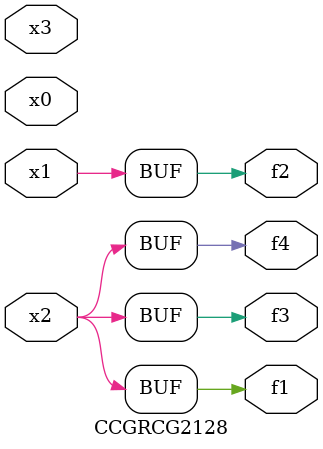
<source format=v>
module CCGRCG2128(
	input x0, x1, x2, x3,
	output f1, f2, f3, f4
);
	assign f1 = x2;
	assign f2 = x1;
	assign f3 = x2;
	assign f4 = x2;
endmodule

</source>
